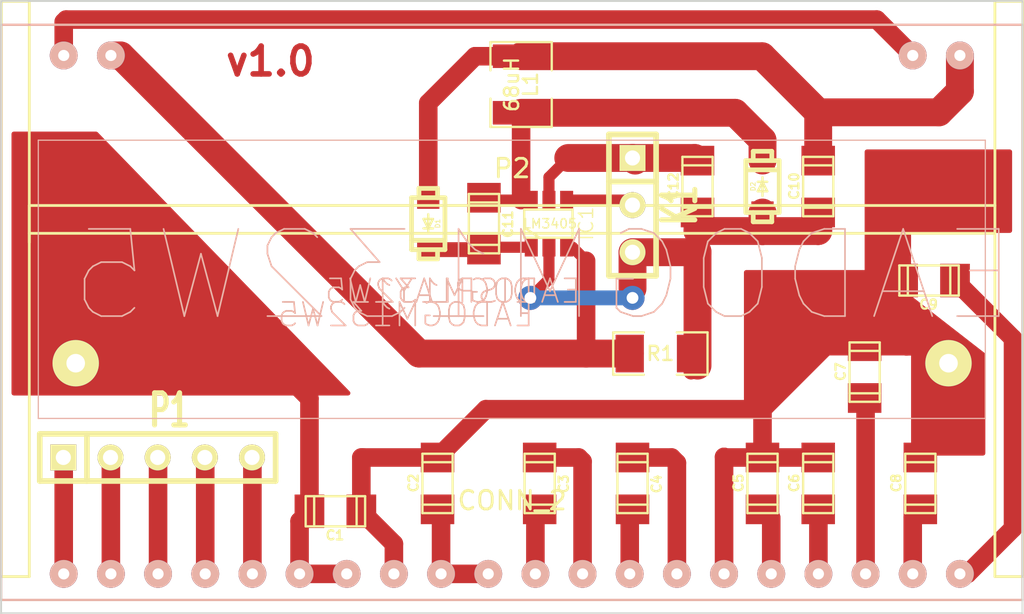
<source format=kicad_pcb>
(kicad_pcb (version 3) (host pcbnew "(2013-dec-23)-stable")

  (general
    (links 71)
    (no_connects 0)
    (area 47.688459 130.695799 103.840601 164.300001)
    (thickness 1.6)
    (drawings 5)
    (tracks 123)
    (zones 0)
    (modules 21)
    (nets 26)
  )

  (page User 148.488 210.007)
  (layers
    (15 F.Cu signal)
    (0 B.Cu signal)
    (16 B.Adhes user)
    (17 F.Adhes user)
    (18 B.Paste user)
    (19 F.Paste user)
    (20 B.SilkS user)
    (21 F.SilkS user)
    (22 B.Mask user)
    (23 F.Mask user)
    (24 Dwgs.User user)
    (25 Cmts.User user)
    (26 Eco1.User user)
    (27 Eco2.User user)
    (28 Edge.Cuts user)
  )

  (setup
    (last_trace_width 0.8)
    (user_trace_width 0.6)
    (user_trace_width 0.8)
    (user_trace_width 1)
    (user_trace_width 1.5)
    (user_trace_width 2)
    (user_trace_width 3)
    (user_trace_width 4)
    (user_trace_width 5)
    (trace_clearance 0.5)
    (zone_clearance 0.508)
    (zone_45_only no)
    (trace_min 0.6)
    (segment_width 0.2)
    (edge_width 0.1)
    (via_size 1.3)
    (via_drill 0.635)
    (via_min_size 0.8)
    (via_min_drill 0.508)
    (user_via 0.8 0.5)
    (user_via 1.3 0.6)
    (uvia_size 0.508)
    (uvia_drill 0.127)
    (uvias_allowed no)
    (uvia_min_size 0.02)
    (uvia_min_drill 0.127)
    (pcb_text_width 0.3)
    (pcb_text_size 1.5 1.5)
    (mod_edge_width 0.15)
    (mod_text_size 1 1)
    (mod_text_width 0.15)
    (pad_size 2.5 2.5)
    (pad_drill 1)
    (pad_to_mask_clearance 0)
    (aux_axis_origin 165 62)
    (visible_elements 7FFFFDDF)
    (pcbplotparams
      (layerselection 32768)
      (usegerberextensions false)
      (excludeedgelayer false)
      (linewidth 0.150000)
      (plotframeref false)
      (viasonmask false)
      (mode 1)
      (useauxorigin false)
      (hpglpennumber 1)
      (hpglpenspeed 20)
      (hpglpendiameter 15)
      (hpglpenoverlay 2)
      (psnegative false)
      (psa4output false)
      (plotreference true)
      (plotvalue true)
      (plotothertext true)
      (plotinvisibletext false)
      (padsonsilk false)
      (subtractmaskfromsilk false)
      (outputformat 2)
      (mirror true)
      (drillshape 1)
      (scaleselection 1)
      (outputdirectory /tmp/))
  )

  (net 0 "")
  (net 1 +12V)
  (net 2 +3.3V)
  (net 3 DGND)
  (net 4 GNDPWR)
  (net 5 N-000001)
  (net 6 N-0000010)
  (net 7 N-0000011)
  (net 8 N-0000012)
  (net 9 N-0000014)
  (net 10 N-0000015)
  (net 11 N-0000016)
  (net 12 N-0000017)
  (net 13 N-0000018)
  (net 14 N-000002)
  (net 15 N-0000020)
  (net 16 N-0000021)
  (net 17 N-0000022)
  (net 18 N-0000023)
  (net 19 N-0000024)
  (net 20 N-000003)
  (net 21 N-000004)
  (net 22 N-000005)
  (net 23 N-000007)
  (net 24 N-000008)
  (net 25 N-000009)

  (net_class Default "This is the default net class."
    (clearance 0.5)
    (trace_width 0.8)
    (via_dia 1.3)
    (via_drill 0.635)
    (uvia_dia 0.508)
    (uvia_drill 0.127)
    (add_net "")
    (add_net +12V)
    (add_net +3.3V)
    (add_net DGND)
    (add_net GNDPWR)
    (add_net N-000001)
    (add_net N-0000010)
    (add_net N-0000011)
    (add_net N-0000012)
    (add_net N-0000014)
    (add_net N-0000015)
    (add_net N-0000016)
    (add_net N-0000017)
    (add_net N-0000018)
    (add_net N-000002)
    (add_net N-0000020)
    (add_net N-0000021)
    (add_net N-0000022)
    (add_net N-0000023)
    (add_net N-0000024)
    (add_net N-000003)
    (add_net N-000004)
    (add_net N-000005)
    (add_net N-000007)
    (add_net N-000008)
    (add_net N-000009)
  )

  (net_class larger ""
    (clearance 0.5)
    (trace_width 1)
    (via_dia 1.3)
    (via_drill 0.635)
    (uvia_dia 0.508)
    (uvia_drill 0.127)
  )

  (net_class power ""
    (clearance 0.5)
    (trace_width 2)
    (via_dia 1.3)
    (via_drill 0.635)
    (uvia_dia 0.508)
    (uvia_drill 0.127)
  )

  (module SOT23_6 (layer F.Cu) (tedit 4ECF791C) (tstamp 52FFE824)
    (at 77.75 143.25)
    (path /52FF497E)
    (fp_text reference IC1 (at 1.99898 0 90) (layer F.SilkS)
      (effects (font (size 0.762 0.762) (thickness 0.0762)))
    )
    (fp_text value LM3405 (at 0.0635 0) (layer F.SilkS)
      (effects (font (size 0.50038 0.50038) (thickness 0.0762)))
    )
    (fp_line (start -0.508 0.762) (end -1.27 0.254) (layer F.SilkS) (width 0.127))
    (fp_line (start 1.27 0.762) (end -1.3335 0.762) (layer F.SilkS) (width 0.127))
    (fp_line (start -1.3335 0.762) (end -1.3335 -0.762) (layer F.SilkS) (width 0.127))
    (fp_line (start -1.3335 -0.762) (end 1.27 -0.762) (layer F.SilkS) (width 0.127))
    (fp_line (start 1.27 -0.762) (end 1.27 0.762) (layer F.SilkS) (width 0.127))
    (pad 6 smd rect (at -0.9525 -1.27) (size 0.70104 1.00076)
      (layers F.Cu F.Paste F.Mask)
      (net 21 N-000004)
    )
    (pad 5 smd rect (at 0 -1.27) (size 0.70104 1.00076)
      (layers F.Cu F.Paste F.Mask)
      (net 1 +12V)
    )
    (pad 4 smd rect (at 0.9525 -1.27) (size 0.70104 1.00076)
      (layers F.Cu F.Paste F.Mask)
      (net 23 N-000007)
    )
    (pad 3 smd rect (at 0.9525 1.27) (size 0.70104 1.00076)
      (layers F.Cu F.Paste F.Mask)
      (net 14 N-000002)
    )
    (pad 2 smd rect (at 0 1.27) (size 0.70104 1.00076)
      (layers F.Cu F.Paste F.Mask)
      (net 4 GNDPWR)
    )
    (pad 1 smd rect (at -0.9525 1.27) (size 0.70104 1.00076)
      (layers F.Cu F.Paste F.Mask)
      (net 20 N-000003)
    )
    (model smd/SOT23_6.wrl
      (at (xyz 0 0 0))
      (scale (xyz 0.11 0.11 0.11))
      (rotate (xyz 0 0 0))
    )
  )

  (module SM1212 (layer F.Cu) (tedit 52FFE540) (tstamp 52FFE830)
    (at 76.25 135.75 270)
    (tags "CMS SM")
    (path /52FF4B31)
    (attr smd)
    (fp_text reference L1 (at 0 -0.508 270) (layer F.SilkS)
      (effects (font (size 0.762 0.762) (thickness 0.127)))
    )
    (fp_text value 68uH (at 0 0.508 270) (layer F.SilkS)
      (effects (font (size 0.762 0.762) (thickness 0.127)))
    )
    (fp_line (start -0.762 -1.651) (end -2.286 -1.651) (layer F.SilkS) (width 0.127))
    (fp_line (start -2.286 -1.651) (end -2.286 1.651) (layer F.SilkS) (width 0.127))
    (fp_line (start -2.286 1.651) (end -0.762 1.651) (layer F.SilkS) (width 0.127))
    (fp_line (start 0.762 1.651) (end 2.286 1.651) (layer F.SilkS) (width 0.127))
    (fp_line (start 2.286 1.651) (end 2.286 -1.651) (layer F.SilkS) (width 0.127))
    (fp_line (start 2.286 -1.651) (end 0.762 -1.651) (layer F.SilkS) (width 0.127))
    (pad 1 smd rect (at -1.524 0 270) (size 1.27 3.048)
      (layers F.Cu F.Paste F.Mask)
      (net 5 N-000001)
    )
    (pad 2 smd rect (at 1.524 0 270) (size 1.27 3.048)
      (layers F.Cu F.Paste F.Mask)
      (net 21 N-000004)
    )
    (model smd/chip_cms.wrl
      (at (xyz 0 0 0))
      (scale (xyz 0.17 0.2 0.17))
      (rotate (xyz 0 0 0))
    )
  )

  (module SM1206 (layer F.Cu) (tedit 42806E24) (tstamp 52FFE83C)
    (at 83.75 150.25)
    (path /52FF5096)
    (attr smd)
    (fp_text reference R1 (at 0 0) (layer F.SilkS)
      (effects (font (size 0.762 0.762) (thickness 0.127)))
    )
    (fp_text value 5.1 (at 0 0) (layer F.SilkS) hide
      (effects (font (size 0.762 0.762) (thickness 0.127)))
    )
    (fp_line (start -2.54 -1.143) (end -2.54 1.143) (layer F.SilkS) (width 0.127))
    (fp_line (start -2.54 1.143) (end -0.889 1.143) (layer F.SilkS) (width 0.127))
    (fp_line (start 0.889 -1.143) (end 2.54 -1.143) (layer F.SilkS) (width 0.127))
    (fp_line (start 2.54 -1.143) (end 2.54 1.143) (layer F.SilkS) (width 0.127))
    (fp_line (start 2.54 1.143) (end 0.889 1.143) (layer F.SilkS) (width 0.127))
    (fp_line (start -0.889 -1.143) (end -2.54 -1.143) (layer F.SilkS) (width 0.127))
    (pad 1 smd rect (at -1.651 0) (size 1.524 2.032)
      (layers F.Cu F.Paste F.Mask)
      (net 14 N-000002)
    )
    (pad 2 smd rect (at 1.651 0) (size 1.524 2.032)
      (layers F.Cu F.Paste F.Mask)
      (net 4 GNDPWR)
    )
    (model smd/chip_cms.wrl
      (at (xyz 0 0 0))
      (scale (xyz 0.17 0.16 0.16))
      (rotate (xyz 0 0 0))
    )
  )

  (module SIL-3 (layer F.Cu) (tedit 5300AEFF) (tstamp 52FFE85A)
    (at 82.25 142.25 270)
    (descr "Connecteur 3 pins")
    (tags "CONN DEV")
    (path /52FF5DDC)
    (fp_text reference K1 (at 0 -2.54 270) (layer F.SilkS)
      (effects (font (size 1.7907 1.07696) (thickness 0.3048)))
    )
    (fp_text value CONN_3 (at 0 -2.54 270) (layer F.SilkS) hide
      (effects (font (size 1.524 1.016) (thickness 0.3048)))
    )
    (fp_line (start -3.81 1.27) (end -3.81 -1.27) (layer F.SilkS) (width 0.3048))
    (fp_line (start -3.81 -1.27) (end 3.81 -1.27) (layer F.SilkS) (width 0.3048))
    (fp_line (start 3.81 -1.27) (end 3.81 1.27) (layer F.SilkS) (width 0.3048))
    (fp_line (start 3.81 1.27) (end -3.81 1.27) (layer F.SilkS) (width 0.3048))
    (fp_line (start -1.27 -1.27) (end -1.27 1.27) (layer F.SilkS) (width 0.3048))
    (pad 1 thru_hole rect (at -2.54 0 270) (size 1.397 1.397) (drill 0.8128)
      (layers *.Cu *.Mask F.SilkS)
      (net 1 +12V)
    )
    (pad 2 thru_hole circle (at 0 0 270) (size 1.397 1.397) (drill 0.8128)
      (layers *.Cu *.Mask F.SilkS)
      (net 23 N-000007)
    )
    (pad 3 thru_hole circle (at 2.54 0 270) (size 1.397 1.397) (drill 0.8128)
      (layers *.Cu *.Mask F.SilkS)
      (net 4 GNDPWR)
    )
  )

  (module D-SMF (layer F.Cu) (tedit 4F8013C2) (tstamp 52FFE897)
    (at 71.25 143.25 270)
    (descr "Diode SMF (DO219-AB)")
    (path /52FF4B62)
    (fp_text reference D1 (at 0 -0.508 270) (layer F.SilkS)
      (effects (font (size 0.254 0.254) (thickness 0.0508)))
    )
    (fp_text value SL02 (at 0 0.508 270) (layer F.SilkS) hide
      (effects (font (size 0.254 0.254) (thickness 0.0508)))
    )
    (fp_line (start 0.254 0.254) (end 0.254 -0.254) (layer F.SilkS) (width 0.127))
    (fp_line (start -0.508 0) (end 0.508 0) (layer F.SilkS) (width 0.127))
    (fp_line (start -0.254 0) (end -0.254 -0.254) (layer F.SilkS) (width 0.127))
    (fp_line (start -0.254 -0.254) (end 0.254 0) (layer F.SilkS) (width 0.127))
    (fp_line (start 0.254 0) (end -0.254 0.254) (layer F.SilkS) (width 0.127))
    (fp_line (start -0.254 0.254) (end -0.254 0) (layer F.SilkS) (width 0.127))
    (fp_line (start 1.39954 -0.50038) (end 1.89992 -0.50038) (layer F.SilkS) (width 0.254))
    (fp_line (start 1.89992 -0.50038) (end 1.89992 0.50038) (layer F.SilkS) (width 0.254))
    (fp_line (start 1.89992 0.50038) (end 1.39954 0.50038) (layer F.SilkS) (width 0.254))
    (fp_line (start -1.39954 -0.50038) (end -1.89992 -0.50038) (layer F.SilkS) (width 0.254))
    (fp_line (start -1.89992 -0.50038) (end -1.89992 0.50038) (layer F.SilkS) (width 0.254))
    (fp_line (start -1.89992 0.50038) (end -1.39954 0.50038) (layer F.SilkS) (width 0.254))
    (fp_line (start 0.89916 -0.89916) (end 0.89916 0.89916) (layer F.SilkS) (width 0.254))
    (fp_line (start -1.39954 -0.89916) (end 1.39954 -0.89916) (layer F.SilkS) (width 0.254))
    (fp_line (start 1.39954 -0.89916) (end 1.39954 0.89916) (layer F.SilkS) (width 0.254))
    (fp_line (start 1.39954 0.89916) (end -1.39954 0.89916) (layer F.SilkS) (width 0.254))
    (fp_line (start -1.39954 0.89916) (end -1.39954 -0.89916) (layer F.SilkS) (width 0.254))
    (pad 1 smd rect (at -1.39954 0 270) (size 1.19888 1.19888)
      (layers F.Cu F.Paste F.Mask)
      (net 5 N-000001)
    )
    (pad 2 smd rect (at 1.39954 0 270) (size 1.19888 1.19888)
      (layers F.Cu F.Paste F.Mask)
      (net 20 N-000003)
    )
  )

  (module D-SMF (layer F.Cu) (tedit 4F8013C2) (tstamp 52FFE8AE)
    (at 89.25 141.25 90)
    (descr "Diode SMF (DO219-AB)")
    (path /52FF4BD3)
    (fp_text reference D2 (at 0 -0.508 90) (layer F.SilkS)
      (effects (font (size 0.254 0.254) (thickness 0.0508)))
    )
    (fp_text value SL02 (at 0 0.508 90) (layer F.SilkS) hide
      (effects (font (size 0.254 0.254) (thickness 0.0508)))
    )
    (fp_line (start 0.254 0.254) (end 0.254 -0.254) (layer F.SilkS) (width 0.127))
    (fp_line (start -0.508 0) (end 0.508 0) (layer F.SilkS) (width 0.127))
    (fp_line (start -0.254 0) (end -0.254 -0.254) (layer F.SilkS) (width 0.127))
    (fp_line (start -0.254 -0.254) (end 0.254 0) (layer F.SilkS) (width 0.127))
    (fp_line (start 0.254 0) (end -0.254 0.254) (layer F.SilkS) (width 0.127))
    (fp_line (start -0.254 0.254) (end -0.254 0) (layer F.SilkS) (width 0.127))
    (fp_line (start 1.39954 -0.50038) (end 1.89992 -0.50038) (layer F.SilkS) (width 0.254))
    (fp_line (start 1.89992 -0.50038) (end 1.89992 0.50038) (layer F.SilkS) (width 0.254))
    (fp_line (start 1.89992 0.50038) (end 1.39954 0.50038) (layer F.SilkS) (width 0.254))
    (fp_line (start -1.39954 -0.50038) (end -1.89992 -0.50038) (layer F.SilkS) (width 0.254))
    (fp_line (start -1.89992 -0.50038) (end -1.89992 0.50038) (layer F.SilkS) (width 0.254))
    (fp_line (start -1.89992 0.50038) (end -1.39954 0.50038) (layer F.SilkS) (width 0.254))
    (fp_line (start 0.89916 -0.89916) (end 0.89916 0.89916) (layer F.SilkS) (width 0.254))
    (fp_line (start -1.39954 -0.89916) (end 1.39954 -0.89916) (layer F.SilkS) (width 0.254))
    (fp_line (start 1.39954 -0.89916) (end 1.39954 0.89916) (layer F.SilkS) (width 0.254))
    (fp_line (start 1.39954 0.89916) (end -1.39954 0.89916) (layer F.SilkS) (width 0.254))
    (fp_line (start -1.39954 0.89916) (end -1.39954 -0.89916) (layer F.SilkS) (width 0.254))
    (pad 1 smd rect (at -1.39954 0 90) (size 1.19888 1.19888)
      (layers F.Cu F.Paste F.Mask)
      (net 4 GNDPWR)
    )
    (pad 2 smd rect (at 1.39954 0 90) (size 1.19888 1.19888)
      (layers F.Cu F.Paste F.Mask)
      (net 21 N-000004)
    )
  )

  (module c_1206 (layer F.Cu) (tedit 490473F0) (tstamp 52FFE8BA)
    (at 89.25 157.25 90)
    (descr "SMT capacitor, 1206")
    (path /52FF4574)
    (fp_text reference C5 (at 0.0254 -1.2954 90) (layer F.SilkS)
      (effects (font (size 0.50038 0.50038) (thickness 0.11938)))
    )
    (fp_text value 1uF (at 0 1.27 90) (layer F.SilkS) hide
      (effects (font (size 0.50038 0.50038) (thickness 0.11938)))
    )
    (fp_line (start 1.143 0.8128) (end 1.143 -0.8128) (layer F.SilkS) (width 0.127))
    (fp_line (start -1.143 -0.8128) (end -1.143 0.8128) (layer F.SilkS) (width 0.127))
    (fp_line (start -1.6002 -0.8128) (end -1.6002 0.8128) (layer F.SilkS) (width 0.127))
    (fp_line (start -1.6002 0.8128) (end 1.6002 0.8128) (layer F.SilkS) (width 0.127))
    (fp_line (start 1.6002 0.8128) (end 1.6002 -0.8128) (layer F.SilkS) (width 0.127))
    (fp_line (start 1.6002 -0.8128) (end -1.6002 -0.8128) (layer F.SilkS) (width 0.127))
    (pad 1 smd rect (at 1.397 0 90) (size 1.6002 1.8034)
      (layers F.Cu F.Paste F.Mask)
      (net 3 DGND)
    )
    (pad 2 smd rect (at -1.397 0 90) (size 1.6002 1.8034)
      (layers F.Cu F.Paste F.Mask)
      (net 13 N-0000018)
    )
    (model smd/capacitors/c_1206.wrl
      (at (xyz 0 0 0))
      (scale (xyz 1 1 1))
      (rotate (xyz 0 0 0))
    )
  )

  (module c_1206 (layer F.Cu) (tedit 490473F0) (tstamp 52FFE8C6)
    (at 82.25 157.25 270)
    (descr "SMT capacitor, 1206")
    (path /52FF457A)
    (fp_text reference C4 (at 0.0254 -1.2954 270) (layer F.SilkS)
      (effects (font (size 0.50038 0.50038) (thickness 0.11938)))
    )
    (fp_text value 1uF (at 0 1.27 270) (layer F.SilkS) hide
      (effects (font (size 0.50038 0.50038) (thickness 0.11938)))
    )
    (fp_line (start 1.143 0.8128) (end 1.143 -0.8128) (layer F.SilkS) (width 0.127))
    (fp_line (start -1.143 -0.8128) (end -1.143 0.8128) (layer F.SilkS) (width 0.127))
    (fp_line (start -1.6002 -0.8128) (end -1.6002 0.8128) (layer F.SilkS) (width 0.127))
    (fp_line (start -1.6002 0.8128) (end 1.6002 0.8128) (layer F.SilkS) (width 0.127))
    (fp_line (start 1.6002 0.8128) (end 1.6002 -0.8128) (layer F.SilkS) (width 0.127))
    (fp_line (start 1.6002 -0.8128) (end -1.6002 -0.8128) (layer F.SilkS) (width 0.127))
    (pad 1 smd rect (at 1.397 0 270) (size 1.6002 1.8034)
      (layers F.Cu F.Paste F.Mask)
      (net 18 N-0000023)
    )
    (pad 2 smd rect (at -1.397 0 270) (size 1.6002 1.8034)
      (layers F.Cu F.Paste F.Mask)
      (net 17 N-0000022)
    )
    (model smd/capacitors/c_1206.wrl
      (at (xyz 0 0 0))
      (scale (xyz 1 1 1))
      (rotate (xyz 0 0 0))
    )
  )

  (module c_1206 (layer F.Cu) (tedit 490473F0) (tstamp 52FFE8D2)
    (at 77.25 157.25 270)
    (descr "SMT capacitor, 1206")
    (path /52FF458A)
    (fp_text reference C3 (at 0.0254 -1.2954 270) (layer F.SilkS)
      (effects (font (size 0.50038 0.50038) (thickness 0.11938)))
    )
    (fp_text value 1uF (at 0 1.27 270) (layer F.SilkS) hide
      (effects (font (size 0.50038 0.50038) (thickness 0.11938)))
    )
    (fp_line (start 1.143 0.8128) (end 1.143 -0.8128) (layer F.SilkS) (width 0.127))
    (fp_line (start -1.143 -0.8128) (end -1.143 0.8128) (layer F.SilkS) (width 0.127))
    (fp_line (start -1.6002 -0.8128) (end -1.6002 0.8128) (layer F.SilkS) (width 0.127))
    (fp_line (start -1.6002 0.8128) (end 1.6002 0.8128) (layer F.SilkS) (width 0.127))
    (fp_line (start 1.6002 0.8128) (end 1.6002 -0.8128) (layer F.SilkS) (width 0.127))
    (fp_line (start 1.6002 -0.8128) (end -1.6002 -0.8128) (layer F.SilkS) (width 0.127))
    (pad 1 smd rect (at 1.397 0 270) (size 1.6002 1.8034)
      (layers F.Cu F.Paste F.Mask)
      (net 15 N-0000020)
    )
    (pad 2 smd rect (at -1.397 0 270) (size 1.6002 1.8034)
      (layers F.Cu F.Paste F.Mask)
      (net 19 N-0000024)
    )
    (model smd/capacitors/c_1206.wrl
      (at (xyz 0 0 0))
      (scale (xyz 1 1 1))
      (rotate (xyz 0 0 0))
    )
  )

  (module c_1206 (layer F.Cu) (tedit 490473F0) (tstamp 52FFE8DE)
    (at 71.75 157.25 90)
    (descr "SMT capacitor, 1206")
    (path /52FF459A)
    (fp_text reference C2 (at 0.0254 -1.2954 90) (layer F.SilkS)
      (effects (font (size 0.50038 0.50038) (thickness 0.11938)))
    )
    (fp_text value 1uF (at 0 1.27 90) (layer F.SilkS) hide
      (effects (font (size 0.50038 0.50038) (thickness 0.11938)))
    )
    (fp_line (start 1.143 0.8128) (end 1.143 -0.8128) (layer F.SilkS) (width 0.127))
    (fp_line (start -1.143 -0.8128) (end -1.143 0.8128) (layer F.SilkS) (width 0.127))
    (fp_line (start -1.6002 -0.8128) (end -1.6002 0.8128) (layer F.SilkS) (width 0.127))
    (fp_line (start -1.6002 0.8128) (end 1.6002 0.8128) (layer F.SilkS) (width 0.127))
    (fp_line (start 1.6002 0.8128) (end 1.6002 -0.8128) (layer F.SilkS) (width 0.127))
    (fp_line (start 1.6002 -0.8128) (end -1.6002 -0.8128) (layer F.SilkS) (width 0.127))
    (pad 1 smd rect (at 1.397 0 90) (size 1.6002 1.8034)
      (layers F.Cu F.Paste F.Mask)
      (net 3 DGND)
    )
    (pad 2 smd rect (at -1.397 0 90) (size 1.6002 1.8034)
      (layers F.Cu F.Paste F.Mask)
      (net 16 N-0000021)
    )
    (model smd/capacitors/c_1206.wrl
      (at (xyz 0 0 0))
      (scale (xyz 1 1 1))
      (rotate (xyz 0 0 0))
    )
  )

  (module c_1206 (layer F.Cu) (tedit 490473F0) (tstamp 52FFE8EA)
    (at 66.25 158.75 180)
    (descr "SMT capacitor, 1206")
    (path /52FF4790)
    (fp_text reference C1 (at 0.0254 -1.2954 180) (layer F.SilkS)
      (effects (font (size 0.50038 0.50038) (thickness 0.11938)))
    )
    (fp_text value 1uF (at 0 1.27 180) (layer F.SilkS) hide
      (effects (font (size 0.50038 0.50038) (thickness 0.11938)))
    )
    (fp_line (start 1.143 0.8128) (end 1.143 -0.8128) (layer F.SilkS) (width 0.127))
    (fp_line (start -1.143 -0.8128) (end -1.143 0.8128) (layer F.SilkS) (width 0.127))
    (fp_line (start -1.6002 -0.8128) (end -1.6002 0.8128) (layer F.SilkS) (width 0.127))
    (fp_line (start -1.6002 0.8128) (end 1.6002 0.8128) (layer F.SilkS) (width 0.127))
    (fp_line (start 1.6002 0.8128) (end 1.6002 -0.8128) (layer F.SilkS) (width 0.127))
    (fp_line (start 1.6002 -0.8128) (end -1.6002 -0.8128) (layer F.SilkS) (width 0.127))
    (pad 1 smd rect (at 1.397 0 180) (size 1.6002 1.8034)
      (layers F.Cu F.Paste F.Mask)
      (net 2 +3.3V)
    )
    (pad 2 smd rect (at -1.397 0 180) (size 1.6002 1.8034)
      (layers F.Cu F.Paste F.Mask)
      (net 3 DGND)
    )
    (model smd/capacitors/c_1206.wrl
      (at (xyz 0 0 0))
      (scale (xyz 1 1 1))
      (rotate (xyz 0 0 0))
    )
  )

  (module c_1206 (layer F.Cu) (tedit 490473F0) (tstamp 52FFE8F6)
    (at 92.25 157.25 90)
    (descr "SMT capacitor, 1206")
    (path /52FF456E)
    (fp_text reference C6 (at 0.0254 -1.2954 90) (layer F.SilkS)
      (effects (font (size 0.50038 0.50038) (thickness 0.11938)))
    )
    (fp_text value 1uF (at 0 1.27 90) (layer F.SilkS) hide
      (effects (font (size 0.50038 0.50038) (thickness 0.11938)))
    )
    (fp_line (start 1.143 0.8128) (end 1.143 -0.8128) (layer F.SilkS) (width 0.127))
    (fp_line (start -1.143 -0.8128) (end -1.143 0.8128) (layer F.SilkS) (width 0.127))
    (fp_line (start -1.6002 -0.8128) (end -1.6002 0.8128) (layer F.SilkS) (width 0.127))
    (fp_line (start -1.6002 0.8128) (end 1.6002 0.8128) (layer F.SilkS) (width 0.127))
    (fp_line (start 1.6002 0.8128) (end 1.6002 -0.8128) (layer F.SilkS) (width 0.127))
    (fp_line (start 1.6002 -0.8128) (end -1.6002 -0.8128) (layer F.SilkS) (width 0.127))
    (pad 1 smd rect (at 1.397 0 90) (size 1.6002 1.8034)
      (layers F.Cu F.Paste F.Mask)
      (net 3 DGND)
    )
    (pad 2 smd rect (at -1.397 0 90) (size 1.6002 1.8034)
      (layers F.Cu F.Paste F.Mask)
      (net 12 N-0000017)
    )
    (model smd/capacitors/c_1206.wrl
      (at (xyz 0 0 0))
      (scale (xyz 1 1 1))
      (rotate (xyz 0 0 0))
    )
  )

  (module c_1206 (layer F.Cu) (tedit 490473F0) (tstamp 52FFE902)
    (at 85.75 141.25 90)
    (descr "SMT capacitor, 1206")
    (path /52FF4A0F)
    (fp_text reference C12 (at 0.0254 -1.2954 90) (layer F.SilkS)
      (effects (font (size 0.50038 0.50038) (thickness 0.11938)))
    )
    (fp_text value 1uF (at 0 1.27 90) (layer F.SilkS) hide
      (effects (font (size 0.50038 0.50038) (thickness 0.11938)))
    )
    (fp_line (start 1.143 0.8128) (end 1.143 -0.8128) (layer F.SilkS) (width 0.127))
    (fp_line (start -1.143 -0.8128) (end -1.143 0.8128) (layer F.SilkS) (width 0.127))
    (fp_line (start -1.6002 -0.8128) (end -1.6002 0.8128) (layer F.SilkS) (width 0.127))
    (fp_line (start -1.6002 0.8128) (end 1.6002 0.8128) (layer F.SilkS) (width 0.127))
    (fp_line (start 1.6002 0.8128) (end 1.6002 -0.8128) (layer F.SilkS) (width 0.127))
    (fp_line (start 1.6002 -0.8128) (end -1.6002 -0.8128) (layer F.SilkS) (width 0.127))
    (pad 1 smd rect (at 1.397 0 90) (size 1.6002 1.8034)
      (layers F.Cu F.Paste F.Mask)
      (net 1 +12V)
    )
    (pad 2 smd rect (at -1.397 0 90) (size 1.6002 1.8034)
      (layers F.Cu F.Paste F.Mask)
      (net 4 GNDPWR)
    )
    (model smd/capacitors/c_1206.wrl
      (at (xyz 0 0 0))
      (scale (xyz 1 1 1))
      (rotate (xyz 0 0 0))
    )
  )

  (module c_1206 (layer F.Cu) (tedit 490473F0) (tstamp 52FFE90E)
    (at 92.25 141.25 90)
    (descr "SMT capacitor, 1206")
    (path /52FF4A15)
    (fp_text reference C10 (at 0.0254 -1.2954 90) (layer F.SilkS)
      (effects (font (size 0.50038 0.50038) (thickness 0.11938)))
    )
    (fp_text value 1uF (at 0 1.27 90) (layer F.SilkS) hide
      (effects (font (size 0.50038 0.50038) (thickness 0.11938)))
    )
    (fp_line (start 1.143 0.8128) (end 1.143 -0.8128) (layer F.SilkS) (width 0.127))
    (fp_line (start -1.143 -0.8128) (end -1.143 0.8128) (layer F.SilkS) (width 0.127))
    (fp_line (start -1.6002 -0.8128) (end -1.6002 0.8128) (layer F.SilkS) (width 0.127))
    (fp_line (start -1.6002 0.8128) (end 1.6002 0.8128) (layer F.SilkS) (width 0.127))
    (fp_line (start 1.6002 0.8128) (end 1.6002 -0.8128) (layer F.SilkS) (width 0.127))
    (fp_line (start 1.6002 -0.8128) (end -1.6002 -0.8128) (layer F.SilkS) (width 0.127))
    (pad 1 smd rect (at 1.397 0 90) (size 1.6002 1.8034)
      (layers F.Cu F.Paste F.Mask)
      (net 5 N-000001)
    )
    (pad 2 smd rect (at -1.397 0 90) (size 1.6002 1.8034)
      (layers F.Cu F.Paste F.Mask)
      (net 4 GNDPWR)
    )
    (model smd/capacitors/c_1206.wrl
      (at (xyz 0 0 0))
      (scale (xyz 1 1 1))
      (rotate (xyz 0 0 0))
    )
  )

  (module c_1206 (layer F.Cu) (tedit 490473F0) (tstamp 52FFE91A)
    (at 74.25 143.25 270)
    (descr "SMT capacitor, 1206")
    (path /52FF4A92)
    (fp_text reference C11 (at 0.0254 -1.2954 270) (layer F.SilkS)
      (effects (font (size 0.50038 0.50038) (thickness 0.11938)))
    )
    (fp_text value 1uF (at 0 1.27 270) (layer F.SilkS) hide
      (effects (font (size 0.50038 0.50038) (thickness 0.11938)))
    )
    (fp_line (start 1.143 0.8128) (end 1.143 -0.8128) (layer F.SilkS) (width 0.127))
    (fp_line (start -1.143 -0.8128) (end -1.143 0.8128) (layer F.SilkS) (width 0.127))
    (fp_line (start -1.6002 -0.8128) (end -1.6002 0.8128) (layer F.SilkS) (width 0.127))
    (fp_line (start -1.6002 0.8128) (end 1.6002 0.8128) (layer F.SilkS) (width 0.127))
    (fp_line (start 1.6002 0.8128) (end 1.6002 -0.8128) (layer F.SilkS) (width 0.127))
    (fp_line (start 1.6002 -0.8128) (end -1.6002 -0.8128) (layer F.SilkS) (width 0.127))
    (pad 1 smd rect (at 1.397 0 270) (size 1.6002 1.8034)
      (layers F.Cu F.Paste F.Mask)
      (net 20 N-000003)
    )
    (pad 2 smd rect (at -1.397 0 270) (size 1.6002 1.8034)
      (layers F.Cu F.Paste F.Mask)
      (net 21 N-000004)
    )
    (model smd/capacitors/c_1206.wrl
      (at (xyz 0 0 0))
      (scale (xyz 1 1 1))
      (rotate (xyz 0 0 0))
    )
  )

  (module c_1206 (layer F.Cu) (tedit 490473F0) (tstamp 52FFE926)
    (at 94.75 151.25 90)
    (descr "SMT capacitor, 1206")
    (path /52FF4568)
    (fp_text reference C7 (at 0.0254 -1.2954 90) (layer F.SilkS)
      (effects (font (size 0.50038 0.50038) (thickness 0.11938)))
    )
    (fp_text value 1uF (at 0 1.27 90) (layer F.SilkS) hide
      (effects (font (size 0.50038 0.50038) (thickness 0.11938)))
    )
    (fp_line (start 1.143 0.8128) (end 1.143 -0.8128) (layer F.SilkS) (width 0.127))
    (fp_line (start -1.143 -0.8128) (end -1.143 0.8128) (layer F.SilkS) (width 0.127))
    (fp_line (start -1.6002 -0.8128) (end -1.6002 0.8128) (layer F.SilkS) (width 0.127))
    (fp_line (start -1.6002 0.8128) (end 1.6002 0.8128) (layer F.SilkS) (width 0.127))
    (fp_line (start 1.6002 0.8128) (end 1.6002 -0.8128) (layer F.SilkS) (width 0.127))
    (fp_line (start 1.6002 -0.8128) (end -1.6002 -0.8128) (layer F.SilkS) (width 0.127))
    (pad 1 smd rect (at 1.397 0 90) (size 1.6002 1.8034)
      (layers F.Cu F.Paste F.Mask)
      (net 3 DGND)
    )
    (pad 2 smd rect (at -1.397 0 90) (size 1.6002 1.8034)
      (layers F.Cu F.Paste F.Mask)
      (net 11 N-0000016)
    )
    (model smd/capacitors/c_1206.wrl
      (at (xyz 0 0 0))
      (scale (xyz 1 1 1))
      (rotate (xyz 0 0 0))
    )
  )

  (module c_1206 (layer F.Cu) (tedit 490473F0) (tstamp 52FFE932)
    (at 97.75 157.25 90)
    (descr "SMT capacitor, 1206")
    (path /52FF4562)
    (fp_text reference C8 (at 0.0254 -1.2954 90) (layer F.SilkS)
      (effects (font (size 0.50038 0.50038) (thickness 0.11938)))
    )
    (fp_text value 1uF (at 0 1.27 90) (layer F.SilkS) hide
      (effects (font (size 0.50038 0.50038) (thickness 0.11938)))
    )
    (fp_line (start 1.143 0.8128) (end 1.143 -0.8128) (layer F.SilkS) (width 0.127))
    (fp_line (start -1.143 -0.8128) (end -1.143 0.8128) (layer F.SilkS) (width 0.127))
    (fp_line (start -1.6002 -0.8128) (end -1.6002 0.8128) (layer F.SilkS) (width 0.127))
    (fp_line (start -1.6002 0.8128) (end 1.6002 0.8128) (layer F.SilkS) (width 0.127))
    (fp_line (start 1.6002 0.8128) (end 1.6002 -0.8128) (layer F.SilkS) (width 0.127))
    (fp_line (start 1.6002 -0.8128) (end -1.6002 -0.8128) (layer F.SilkS) (width 0.127))
    (pad 1 smd rect (at 1.397 0 90) (size 1.6002 1.8034)
      (layers F.Cu F.Paste F.Mask)
      (net 3 DGND)
    )
    (pad 2 smd rect (at -1.397 0 90) (size 1.6002 1.8034)
      (layers F.Cu F.Paste F.Mask)
      (net 10 N-0000015)
    )
    (model smd/capacitors/c_1206.wrl
      (at (xyz 0 0 0))
      (scale (xyz 1 1 1))
      (rotate (xyz 0 0 0))
    )
  )

  (module c_1206 (layer F.Cu) (tedit 490473F0) (tstamp 52FFE93E)
    (at 98.2192 146.3136 180)
    (descr "SMT capacitor, 1206")
    (path /52FF4318)
    (fp_text reference C9 (at 0.0254 -1.2954 180) (layer F.SilkS)
      (effects (font (size 0.50038 0.50038) (thickness 0.11938)))
    )
    (fp_text value 1uF (at 0 1.27 180) (layer F.SilkS) hide
      (effects (font (size 0.50038 0.50038) (thickness 0.11938)))
    )
    (fp_line (start 1.143 0.8128) (end 1.143 -0.8128) (layer F.SilkS) (width 0.127))
    (fp_line (start -1.143 -0.8128) (end -1.143 0.8128) (layer F.SilkS) (width 0.127))
    (fp_line (start -1.6002 -0.8128) (end -1.6002 0.8128) (layer F.SilkS) (width 0.127))
    (fp_line (start -1.6002 0.8128) (end 1.6002 0.8128) (layer F.SilkS) (width 0.127))
    (fp_line (start 1.6002 0.8128) (end 1.6002 -0.8128) (layer F.SilkS) (width 0.127))
    (fp_line (start 1.6002 -0.8128) (end -1.6002 -0.8128) (layer F.SilkS) (width 0.127))
    (pad 1 smd rect (at 1.397 0 180) (size 1.6002 1.8034)
      (layers F.Cu F.Paste F.Mask)
      (net 3 DGND)
    )
    (pad 2 smd rect (at -1.397 0 180) (size 1.6002 1.8034)
      (layers F.Cu F.Paste F.Mask)
      (net 9 N-0000014)
    )
    (model smd/capacitors/c_1206.wrl
      (at (xyz 0 0 0))
      (scale (xyz 1 1 1))
      (rotate (xyz 0 0 0))
    )
  )

  (module LCDdisplays-EADOGM132W5 (layer B.Cu) (tedit 52FFEF3E) (tstamp 5300A6C2)
    (at 75.75 146.25)
    (descr EADOGM132W5)
    (tags EADOGM132W5)
    (path /52FF42ED)
    (attr virtual)
    (fp_text reference DISPLAY1 (at -3.175 0.635) (layer B.SilkS)
      (effects (font (size 1.27 1.27) (thickness 0.0889)) (justify mirror))
    )
    (fp_text value EADOGM132W5 (at -3.175 0.635) (layer B.SilkS)
      (effects (font (size 1.27 1.27) (thickness 0.0889)) (justify mirror))
    )
    (fp_line (start -25.49906 -7.49808) (end 25.49906 -7.49808) (layer B.SilkS) (width 0.06604))
    (fp_line (start 25.49906 -7.49808) (end 25.49906 7.49808) (layer B.SilkS) (width 0.06604))
    (fp_line (start -25.49906 7.49808) (end 25.49906 7.49808) (layer B.SilkS) (width 0.06604))
    (fp_line (start -25.49906 -7.49808) (end -25.49906 7.49808) (layer B.SilkS) (width 0.06604))
    (fp_line (start 27.49804 17.27962) (end 27.49804 -13.71854) (layer B.SilkS) (width 0.127))
    (fp_line (start 27.49804 -13.71854) (end -27.49804 -13.71854) (layer B.SilkS) (width 0.127))
    (fp_line (start -27.49804 -13.71854) (end -27.49804 17.27962) (layer B.SilkS) (width 0.127))
    (fp_line (start -27.49804 17.27962) (end 27.49804 17.27962) (layer B.SilkS) (width 0.127))
    (fp_text user EADOGM132W5 (at -5.715 1.905) (layer B.SilkS)
      (effects (font (size 1.27 1.27) (thickness 0.0889)) (justify mirror))
    )
    (fp_text user EADOGM132W5 (at 1.71958 -0.18796) (layer B.SilkS)
      (effects (font (size 4.699 4.699) (thickness 0.0889)) (justify mirror))
    )
    (pad 1 thru_hole rect (at -24.13 -12.18946) (size 1.30556 0) (drill 0.79756)
      (layers *.Cu B.Paste B.SilkS B.Mask)
      (net 22 N-000005)
    )
    (pad 2 thru_hole rect (at -21.59 -12.18946) (size 1.30556 0) (drill 0.79756)
      (layers *.Cu B.Paste B.SilkS B.Mask)
      (net 14 N-000002)
    )
    (pad 19 thru_hole rect (at 21.59 -12.18946) (size 1.30556 0) (drill 0.79756)
      (layers *.Cu B.Paste B.SilkS B.Mask)
      (net 22 N-000005)
    )
    (pad 20 thru_hole rect (at 24.13 -12.18946) (size 1.30556 0) (drill 0.79756)
      (layers *.Cu B.Paste B.SilkS B.Mask)
      (net 5 N-000001)
    )
    (pad 21 thru_hole rect (at 24.13 15.748) (size 1.30556 0) (drill 0.79756)
      (layers *.Cu B.Paste B.SilkS B.Mask)
      (net 9 N-0000014)
    )
    (pad 22 thru_hole rect (at 21.59 15.748) (size 1.30556 0) (drill 0.79756)
      (layers *.Cu B.Paste B.SilkS B.Mask)
      (net 10 N-0000015)
    )
    (pad 23 thru_hole rect (at 19.05 15.748) (size 1.30556 0) (drill 0.79756)
      (layers *.Cu B.Paste B.SilkS B.Mask)
      (net 11 N-0000016)
    )
    (pad 24 thru_hole rect (at 16.51 15.748) (size 1.30556 0) (drill 0.79756)
      (layers *.Cu B.Paste B.SilkS B.Mask)
      (net 12 N-0000017)
    )
    (pad 25 thru_hole rect (at 13.97 15.748) (size 1.30556 0) (drill 0.79756)
      (layers *.Cu B.Paste B.SilkS B.Mask)
      (net 13 N-0000018)
    )
    (pad 26 thru_hole rect (at 11.43 15.748) (size 1.30556 0) (drill 0.79756)
      (layers *.Cu B.Paste B.SilkS B.Mask)
      (net 3 DGND)
    )
    (pad 27 thru_hole rect (at 8.89 15.748) (size 1.30556 0) (drill 0.79756)
      (layers *.Cu B.Paste B.SilkS B.Mask)
      (net 17 N-0000022)
    )
    (pad 28 thru_hole rect (at 6.35 15.748) (size 1.30556 0) (drill 0.79756)
      (layers *.Cu B.Paste B.SilkS B.Mask)
      (net 18 N-0000023)
    )
    (pad 29 thru_hole rect (at 3.81 15.748) (size 1.30556 0) (drill 0.79756)
      (layers *.Cu B.Paste B.SilkS B.Mask)
      (net 19 N-0000024)
    )
    (pad 30 thru_hole rect (at 1.27 15.748) (size 1.30556 0) (drill 0.79756)
      (layers *.Cu B.Paste B.SilkS B.Mask)
      (net 15 N-0000020)
    )
    (pad 31 thru_hole rect (at -1.27 15.748) (size 1.30556 0) (drill 0.79756)
      (layers *.Cu B.Paste B.SilkS B.Mask)
      (net 16 N-0000021)
    )
    (pad 32 thru_hole rect (at -3.81 15.748) (size 1.30556 0) (drill 0.79756)
      (layers *.Cu B.Paste B.SilkS B.Mask)
      (net 16 N-0000021)
    )
    (pad 33 thru_hole rect (at -6.35 15.748) (size 1.30556 0) (drill 0.79756)
      (layers *.Cu B.Paste B.SilkS B.Mask)
      (net 3 DGND)
    )
    (pad 34 thru_hole rect (at -8.89 15.748) (size 1.30556 0) (drill 0.79756)
      (layers *.Cu B.Paste B.SilkS B.Mask)
      (net 2 +3.3V)
    )
    (pad 35 thru_hole rect (at -11.43 15.748) (size 1.30556 0) (drill 0.79756)
      (layers *.Cu B.Paste B.SilkS B.Mask)
      (net 2 +3.3V)
    )
    (pad 36 thru_hole rect (at -13.97 15.748) (size 1.30556 0) (drill 0.79756)
      (layers *.Cu B.Paste B.SilkS B.Mask)
      (net 25 N-000009)
    )
    (pad 37 thru_hole rect (at -16.51 15.748) (size 1.30556 0) (drill 0.79756)
      (layers *.Cu B.Paste B.SilkS B.Mask)
      (net 8 N-0000012)
    )
    (pad 38 thru_hole rect (at -19.05 15.748) (size 1.30556 0) (drill 0.79756)
      (layers *.Cu B.Paste B.SilkS B.Mask)
      (net 7 N-0000011)
    )
    (pad 39 thru_hole rect (at -21.59 15.748) (size 1.30556 0) (drill 0.79756)
      (layers *.Cu B.Paste B.SilkS B.Mask)
      (net 24 N-000008)
    )
    (pad 40 thru_hole rect (at -24.13 15.748) (size 1.30556 0) (drill 0.79756)
      (layers *.Cu B.Paste B.SilkS B.Mask)
      (net 6 N-0000010)
    )
    (pad 1 thru_hole circle (at -24.13 -12.065) (size 1.5 1.5) (drill 0.6)
      (layers *.Cu *.Mask B.SilkS)
      (net 22 N-000005)
    )
    (pad 2 thru_hole circle (at -21.59 -12.065) (size 1.5 1.5) (drill 0.6)
      (layers *.Cu *.Mask B.SilkS)
      (net 14 N-000002)
    )
    (pad 19 thru_hole circle (at 21.59 -12.065) (size 1.5 1.5) (drill 0.6)
      (layers *.Cu *.Mask B.SilkS)
      (net 22 N-000005)
    )
    (pad 20 thru_hole circle (at 24.13 -12.065) (size 1.5 1.5) (drill 0.6)
      (layers *.Cu *.Mask B.SilkS)
      (net 5 N-000001)
    )
    (pad 21 thru_hole circle (at 24.13 15.875) (size 1.5 1.5) (drill 0.6)
      (layers *.Cu *.Mask B.SilkS)
      (net 9 N-0000014)
    )
    (pad 22 thru_hole circle (at 21.59 15.875) (size 1.5 1.5) (drill 0.6)
      (layers *.Cu *.Mask B.SilkS)
      (net 10 N-0000015)
    )
    (pad 23 thru_hole circle (at 19.05 15.875) (size 1.5 1.5) (drill 0.6)
      (layers *.Cu *.Mask B.SilkS)
      (net 11 N-0000016)
    )
    (pad 24 thru_hole circle (at 16.51 15.875) (size 1.5 1.5) (drill 0.6)
      (layers *.Cu *.Mask B.SilkS)
      (net 12 N-0000017)
    )
    (pad 25 thru_hole circle (at 13.97 15.875) (size 1.5 1.5) (drill 0.6)
      (layers *.Cu *.Mask B.SilkS)
      (net 13 N-0000018)
    )
    (pad 26 thru_hole circle (at 11.43 15.875) (size 1.5 1.5) (drill 0.6)
      (layers *.Cu *.Mask B.SilkS)
      (net 3 DGND)
    )
    (pad 27 thru_hole circle (at 8.89 15.875) (size 1.5 1.5) (drill 0.6)
      (layers *.Cu *.Mask B.SilkS)
      (net 17 N-0000022)
    )
    (pad 28 thru_hole circle (at 6.35 15.875) (size 1.5 1.5) (drill 0.6)
      (layers *.Cu *.Mask B.SilkS)
      (net 18 N-0000023)
    )
    (pad 29 thru_hole circle (at 3.81 15.875) (size 1.5 1.5) (drill 0.6)
      (layers *.Cu *.Mask B.SilkS)
      (net 19 N-0000024)
    )
    (pad 30 thru_hole circle (at 1.27 15.875) (size 1.5 1.5) (drill 0.6)
      (layers *.Cu *.Mask B.SilkS)
      (net 15 N-0000020)
    )
    (pad 31 thru_hole circle (at -1.27 15.875) (size 1.5 1.5) (drill 0.6)
      (layers *.Cu *.Mask B.SilkS)
      (net 16 N-0000021)
    )
    (pad 32 thru_hole circle (at -3.81 15.875) (size 1.5 1.5) (drill 0.6)
      (layers *.Cu *.Mask B.SilkS)
      (net 16 N-0000021)
    )
    (pad 33 thru_hole circle (at -6.35 15.875) (size 1.5 1.5) (drill 0.6)
      (layers *.Cu *.Mask B.SilkS)
      (net 3 DGND)
    )
    (pad 34 thru_hole circle (at -8.89 15.875) (size 1.5 1.5) (drill 0.6)
      (layers *.Cu *.Mask B.SilkS)
      (net 2 +3.3V)
    )
    (pad 35 thru_hole circle (at -11.43 15.875) (size 1.5 1.5) (drill 0.6)
      (layers *.Cu *.Mask B.SilkS)
      (net 2 +3.3V)
    )
    (pad 36 thru_hole circle (at -13.97 15.875) (size 1.5 1.5) (drill 0.6)
      (layers *.Cu *.Mask B.SilkS)
      (net 25 N-000009)
    )
    (pad 37 thru_hole circle (at -16.51 15.875) (size 1.5 1.5) (drill 0.6)
      (layers *.Cu *.Mask B.SilkS)
      (net 8 N-0000012)
    )
    (pad 38 thru_hole circle (at -19.05 15.875) (size 1.5 1.5) (drill 0.6)
      (layers *.Cu *.Mask B.SilkS)
      (net 7 N-0000011)
    )
    (pad 39 thru_hole circle (at -21.59 15.875) (size 1.5 1.5) (drill 0.6)
      (layers *.Cu *.Mask B.SilkS)
      (net 24 N-000008)
    )
    (pad 40 thru_hole circle (at -24.13 15.875) (size 1.5 1.5) (drill 0.6)
      (layers *.Cu *.Mask B.SilkS)
      (net 6 N-0000010)
    )
  )

  (module SIL-5 (layer F.Cu) (tedit 200000) (tstamp 5308F6AF)
    (at 57.95 155.85)
    (descr "Connecteur 5 pins")
    (tags "CONN DEV")
    (path /5308F5F3)
    (fp_text reference P1 (at -0.635 -2.54) (layer F.SilkS)
      (effects (font (size 1.72974 1.08712) (thickness 0.3048)))
    )
    (fp_text value CONN_5 (at 0 -2.54) (layer F.SilkS) hide
      (effects (font (size 1.524 1.016) (thickness 0.3048)))
    )
    (fp_line (start -7.62 1.27) (end -7.62 -1.27) (layer F.SilkS) (width 0.3048))
    (fp_line (start -7.62 -1.27) (end 5.08 -1.27) (layer F.SilkS) (width 0.3048))
    (fp_line (start 5.08 -1.27) (end 5.08 1.27) (layer F.SilkS) (width 0.3048))
    (fp_line (start 5.08 1.27) (end -7.62 1.27) (layer F.SilkS) (width 0.3048))
    (fp_line (start -5.08 1.27) (end -5.08 -1.27) (layer F.SilkS) (width 0.3048))
    (pad 1 thru_hole rect (at -6.35 0) (size 1.397 1.397) (drill 0.8128)
      (layers *.Cu *.Mask F.SilkS)
      (net 6 N-0000010)
    )
    (pad 2 thru_hole circle (at -3.81 0) (size 1.397 1.397) (drill 0.8128)
      (layers *.Cu *.Mask F.SilkS)
      (net 24 N-000008)
    )
    (pad 3 thru_hole circle (at -1.27 0) (size 1.397 1.397) (drill 0.8128)
      (layers *.Cu *.Mask F.SilkS)
      (net 7 N-0000011)
    )
    (pad 4 thru_hole circle (at 1.27 0) (size 1.397 1.397) (drill 0.8128)
      (layers *.Cu *.Mask F.SilkS)
      (net 8 N-0000012)
    )
    (pad 5 thru_hole circle (at 3.81 0) (size 1.397 1.397) (drill 0.8128)
      (layers *.Cu *.Mask F.SilkS)
      (net 25 N-000009)
    )
  )

  (module pilote-interco-display (layer F.Cu) (tedit 5308FAE2) (tstamp 5308FB27)
    (at 75.7656 146.7708 180)
    (path /5308F602)
    (fp_text reference P2 (at 0 6.5 180) (layer F.SilkS)
      (effects (font (size 1 1) (thickness 0.15)))
    )
    (fp_text value CONN_2 (at 0 -11.4 180) (layer F.SilkS)
      (effects (font (size 1 1) (thickness 0.15)))
    )
    (fp_line (start -26 4.5) (end 26 4.5) (layer F.SilkS) (width 0.15))
    (fp_line (start 26 4.5) (end 26 2.5) (layer F.SilkS) (width 0.15))
    (fp_line (start 26 3) (end -26 3) (layer F.SilkS) (width 0.15))
    (fp_line (start 27.5 -15.5) (end 26 -15.5) (layer F.SilkS) (width 0.15))
    (fp_line (start 27.5 15.5) (end 27.5 -15.5) (layer F.SilkS) (width 0.15))
    (fp_line (start 26 15.5) (end 27.5 15.5) (layer F.SilkS) (width 0.15))
    (fp_line (start 26 -15.5) (end 26 15.5) (layer F.SilkS) (width 0.15))
    (fp_line (start -27.5 -15.5) (end -27.5 15.5) (layer F.SilkS) (width 0.15))
    (fp_line (start -27.5 15.5) (end -26 15.5) (layer F.SilkS) (width 0.15))
    (fp_line (start -26 15.5) (end -26 -15.5) (layer F.SilkS) (width 0.15))
    (fp_line (start -26 -15.5) (end -27.5 -15.5) (layer F.SilkS) (width 0.15))
    (pad 1 thru_hole circle (at -23.5 -4 180) (size 2.5 2.5) (drill 1)
      (layers *.Cu *.Mask F.SilkS)
      (net 3 DGND)
    )
    (pad 2 thru_hole circle (at 23.5 -4 180) (size 2.5 2.5) (drill 1)
      (layers *.Cu *.Mask F.SilkS)
      (net 2 +3.3V)
    )
  )

  (gr_text v1.0 (at 62.75 134.5) (layer F.Cu)
    (effects (font (size 1.5 1.5) (thickness 0.3)))
  )
  (gr_line (start 48.25 164.25) (end 48.25 131.25) (angle 90) (layer Edge.Cuts) (width 0.1))
  (gr_line (start 103.25 164.25) (end 48.25 164.25) (angle 90) (layer Edge.Cuts) (width 0.1))
  (gr_line (start 103.25 131.25) (end 103.25 164.25) (angle 90) (layer Edge.Cuts) (width 0.1))
  (gr_line (start 48.25 131.25) (end 103.25 131.25) (angle 90) (layer Edge.Cuts) (width 0.1))

  (segment (start 82.25 139.71) (end 85.607 139.71) (width 1.5) (layer F.Cu) (net 1) (status 30))
  (segment (start 85.607 139.71) (end 85.75 139.853) (width 1.5) (layer F.Cu) (net 1) (tstamp 5300B263) (status 30))
  (segment (start 82.25 139.71) (end 78.79 139.71) (width 1.5) (layer F.Cu) (net 1) (status 10))
  (segment (start 77.75 140.75) (end 78.79 139.71) (width 0.6) (layer F.Cu) (net 1) (tstamp 5300AAE9))
  (segment (start 77.75 140.75) (end 77.75 141.98) (width 0.6) (layer F.Cu) (net 1) (status 20))
  (segment (start 82.393 139.853) (end 82.25 139.71) (width 1.5) (layer F.Cu) (net 1) (tstamp 5300B241) (status 30))
  (segment (start 64.853 158.75) (end 64.853 152.673) (width 1) (layer F.Cu) (net 2))
  (segment (start 62.93 150.75) (end 52.25 150.75) (width 1) (layer F.Cu) (net 2) (tstamp 5308F9D0))
  (segment (start 64.853 152.673) (end 62.93 150.75) (width 1) (layer F.Cu) (net 2) (tstamp 5308F9CC))
  (segment (start 64.32 162.125) (end 64.32 159.283) (width 1) (layer F.Cu) (net 2) (status 30))
  (segment (start 64.32 159.283) (end 64.853 158.75) (width 1) (layer F.Cu) (net 2) (tstamp 53000212) (status 30))
  (segment (start 64.32 162.125) (end 66.86 162.125) (width 1) (layer F.Cu) (net 2) (status 30))
  (segment (start 64.33 162.115) (end 64.32 162.125) (width 0.8) (layer F.Cu) (net 2) (tstamp 530001FB) (status 30))
  (segment (start 96.8222 146.3136) (end 96.8222 149.6752) (width 1) (layer F.Cu) (net 3))
  (segment (start 96.8222 149.6752) (end 97 149.853) (width 1) (layer F.Cu) (net 3) (tstamp 5308FA2F))
  (segment (start 97 149.853) (end 98.353 149.853) (width 1) (layer F.Cu) (net 3))
  (segment (start 98.353 149.853) (end 99.25 150.75) (width 1) (layer F.Cu) (net 3) (tstamp 5308FA15))
  (segment (start 94.75 149.853) (end 92.647 149.853) (width 1) (layer F.Cu) (net 3) (status 10))
  (segment (start 92.647 149.853) (end 89.25 153.25) (width 1) (layer F.Cu) (net 3) (tstamp 5300A5DA))
  (segment (start 89.25 153.25) (end 74.353 153.25) (width 1) (layer F.Cu) (net 3))
  (segment (start 74.353 153.25) (end 71.75 155.853) (width 1) (layer F.Cu) (net 3) (tstamp 530002C2) (status 20))
  (segment (start 89.25 155.853) (end 89.25 153.25) (width 1) (layer F.Cu) (net 3) (status 10))
  (segment (start 89.25 155.853) (end 92.25 155.853) (width 1) (layer F.Cu) (net 3) (status 30))
  (segment (start 97.75 155.853) (end 97.75 149.853) (width 1) (layer F.Cu) (net 3) (status 10))
  (segment (start 97.75 149.853) (end 97 149.853) (width 1) (layer F.Cu) (net 3) (tstamp 5300029A) (status 20))
  (segment (start 97 149.853) (end 94.75 149.853) (width 1) (layer F.Cu) (net 3) (tstamp 5308FA13) (status 20))
  (segment (start 87.18 162.125) (end 87.18 155.82) (width 1) (layer F.Cu) (net 3) (status 10))
  (segment (start 87.18 155.82) (end 87.213 155.853) (width 1) (layer F.Cu) (net 3) (tstamp 5300026E))
  (segment (start 87.213 155.853) (end 89.25 155.853) (width 1) (layer F.Cu) (net 3) (tstamp 5300026F) (status 20))
  (segment (start 67.647 158.75) (end 67.647 155.853) (width 1) (layer F.Cu) (net 3) (status 10))
  (segment (start 67.647 155.853) (end 67.75 155.956) (width 1) (layer F.Cu) (net 3) (tstamp 5300021C))
  (segment (start 67.75 155.956) (end 67.75 155.853) (width 1) (layer F.Cu) (net 3) (tstamp 5300021D))
  (segment (start 71.75 155.853) (end 67.75 155.853) (width 1) (layer F.Cu) (net 3) (status 10))
  (segment (start 69.4 162.125) (end 69.4 160.503) (width 1) (layer F.Cu) (net 3) (status 10))
  (segment (start 69.4 160.503) (end 67.647 158.75) (width 1) (layer F.Cu) (net 3) (tstamp 53000202) (status 20))
  (segment (start 89.25 142.64954) (end 89.25 143.64954) (width 1.5) (layer F.Cu) (net 4) (status 10))
  (segment (start 89.25 143.64954) (end 89.24746 143.647) (width 1.5) (layer F.Cu) (net 4) (tstamp 5300B2FD))
  (segment (start 85.75 142.647) (end 85.75 143.647) (width 1.5) (layer F.Cu) (net 4) (status 10))
  (segment (start 92.25 142.647) (end 92.25 143.647) (width 1.5) (layer F.Cu) (net 4) (status 10))
  (segment (start 85.75 143.647) (end 85.75 144.75) (width 0.8) (layer F.Cu) (net 4))
  (segment (start 85.75 143.647) (end 89.24746 143.647) (width 1.5) (layer F.Cu) (net 4))
  (segment (start 89.25 143.64954) (end 92.24746 143.64954) (width 1.5) (layer F.Cu) (net 4))
  (segment (start 92.25 143.647) (end 92.24746 143.64954) (width 1.5) (layer F.Cu) (net 4) (tstamp 5300B2F5))
  (segment (start 77.75 146.25) (end 76.75 147.25) (width 0.6) (layer F.Cu) (net 4))
  (segment (start 82.25 146.75) (end 82.25 147.25) (width 0.8) (layer F.Cu) (net 4) (tstamp 5300AE2A))
  (via (at 82.25 147.25) (size 1.3) (layers F.Cu B.Cu) (net 4))
  (segment (start 82.25 147.25) (end 76.75 147.25) (width 0.8) (layer B.Cu) (net 4) (tstamp 5300AE34))
  (via (at 76.75 147.25) (size 1.3) (layers F.Cu B.Cu) (net 4))
  (segment (start 82.25 146.75) (end 82.25 144.79) (width 1.5) (layer F.Cu) (net 4) (status 20))
  (segment (start 77.75 146.25) (end 77.75 144.52) (width 0.6) (layer F.Cu) (net 4) (tstamp 5300AE82) (status 20))
  (segment (start 82.25 144.79) (end 85.75 144.79) (width 1.5) (layer F.Cu) (net 4) (status 10))
  (segment (start 85.75 144.79) (end 85.75 144.75) (width 0.8) (layer F.Cu) (net 4) (tstamp 5300ACA4))
  (segment (start 92.24746 142.64954) (end 92.25 142.647) (width 0.8) (layer F.Cu) (net 4) (tstamp 5300AC35) (status 30))
  (segment (start 85.75 144.75) (end 85.75 150.901) (width 1.5) (layer F.Cu) (net 4) (tstamp 5300ACA9) (status 20))
  (segment (start 85.75 150.901) (end 85.401 151.25) (width 0.8) (layer F.Cu) (net 4) (tstamp 5300AC27) (status 30))
  (segment (start 76.25 134.226) (end 73.774 134.226) (width 1) (layer F.Cu) (net 5) (status 10))
  (segment (start 73.774 134.226) (end 71.25 136.75) (width 1) (layer F.Cu) (net 5) (tstamp 5300B650))
  (segment (start 71.25 136.75) (end 71.25 141.85046) (width 1) (layer F.Cu) (net 5) (tstamp 5300AD11) (status 20))
  (segment (start 76.25 134.226) (end 89.226 134.226) (width 1.5) (layer F.Cu) (net 5) (status 10))
  (segment (start 89.226 134.226) (end 92.25 137.25) (width 1.5) (layer F.Cu) (net 5) (tstamp 5300AC38))
  (segment (start 99.88 134.185) (end 99.88 136.12) (width 1.5) (layer F.Cu) (net 5) (status 10))
  (segment (start 98.75 137.25) (end 92.25 137.25) (width 1.5) (layer F.Cu) (net 5) (tstamp 5300AC49))
  (segment (start 99.88 136.12) (end 98.75 137.25) (width 1.5) (layer F.Cu) (net 5) (tstamp 5300AC45))
  (segment (start 92.25 137.25) (end 92.25 139.853) (width 1.5) (layer F.Cu) (net 5) (tstamp 5300AC4E) (status 20))
  (segment (start 51.62 162.125) (end 51.62 155.87) (width 1) (layer F.Cu) (net 6))
  (segment (start 51.62 155.87) (end 51.6 155.85) (width 1) (layer F.Cu) (net 6) (tstamp 5308F954))
  (segment (start 56.7 162.125) (end 56.7 155.87) (width 1) (layer F.Cu) (net 7))
  (segment (start 56.7 155.87) (end 56.68 155.85) (width 1) (layer F.Cu) (net 7) (tstamp 5308F94E))
  (segment (start 59.24 162.125) (end 59.24 155.87) (width 1) (layer F.Cu) (net 8))
  (segment (start 59.24 155.87) (end 59.22 155.85) (width 1) (layer F.Cu) (net 8) (tstamp 5308F94B))
  (segment (start 99.88 162.125) (end 100.2894 162.125) (width 1) (layer F.Cu) (net 9))
  (segment (start 102.7404 149.4378) (end 99.6162 146.3136) (width 1) (layer F.Cu) (net 9) (tstamp 5308FA2B))
  (segment (start 102.7404 159.674) (end 102.7404 149.4378) (width 1) (layer F.Cu) (net 9) (tstamp 5308FA21))
  (segment (start 100.2894 162.125) (end 102.7404 159.674) (width 1) (layer F.Cu) (net 9) (tstamp 5308FA1C))
  (segment (start 97.34 162.125) (end 97.34 159.057) (width 1) (layer F.Cu) (net 10) (status 30))
  (segment (start 97.34 159.057) (end 97.75 158.647) (width 1) (layer F.Cu) (net 10) (tstamp 53000278) (status 30))
  (segment (start 94.8 162.125) (end 94.8 152.697) (width 1) (layer F.Cu) (net 11) (status 30))
  (segment (start 94.8 152.697) (end 94.75 152.647) (width 1) (layer F.Cu) (net 11) (tstamp 5300027B) (status 30))
  (segment (start 92.26 162.125) (end 92.26 158.657) (width 1) (layer F.Cu) (net 12) (status 30))
  (segment (start 92.26 158.657) (end 92.25 158.647) (width 1) (layer F.Cu) (net 12) (tstamp 5300028D) (status 30))
  (segment (start 89.72 162.125) (end 89.72 159.117) (width 1) (layer F.Cu) (net 13) (status 30))
  (segment (start 89.72 159.117) (end 89.25 158.647) (width 1) (layer F.Cu) (net 13) (tstamp 53000272) (status 30))
  (segment (start 54.16 134.185) (end 54.685 134.185) (width 1.5) (layer F.Cu) (net 14) (status 30))
  (segment (start 54.685 134.185) (end 70.75 150.25) (width 1.5) (layer F.Cu) (net 14) (tstamp 5300B535) (status 10))
  (segment (start 82.099 150.25) (end 79.75 150.25) (width 1.5) (layer F.Cu) (net 14) (status 10))
  (segment (start 78.7025 144.52) (end 79.02 144.52) (width 0.6) (layer F.Cu) (net 14) (status 30))
  (segment (start 79.02 144.52) (end 79.75 145.25) (width 0.6) (layer F.Cu) (net 14) (tstamp 5300B00E) (status 10))
  (segment (start 79.75 145.25) (end 79.75 150.25) (width 1) (layer F.Cu) (net 14) (tstamp 5300B011))
  (segment (start 79.75 150.25) (end 70.75 150.25) (width 1.5) (layer F.Cu) (net 14) (tstamp 5300B025))
  (segment (start 77.02 162.125) (end 77.02 158.877) (width 1) (layer F.Cu) (net 15) (status 30))
  (segment (start 77.02 158.877) (end 77.25 158.647) (width 1) (layer F.Cu) (net 15) (tstamp 53000221) (status 30))
  (segment (start 71.94 162.125) (end 71.94 158.837) (width 1) (layer F.Cu) (net 16) (status 30))
  (segment (start 71.94 158.837) (end 71.75 158.647) (width 1) (layer F.Cu) (net 16) (tstamp 5300020A) (status 30))
  (segment (start 74.48 162.125) (end 71.94 162.125) (width 1) (layer F.Cu) (net 16) (status 30))
  (segment (start 84.64 162.125) (end 84.64 156.14) (width 1) (layer F.Cu) (net 17) (status 10))
  (segment (start 84.64 156.14) (end 84.353 155.853) (width 1) (layer F.Cu) (net 17) (tstamp 5300022B))
  (segment (start 84.353 155.853) (end 82.25 155.853) (width 1) (layer F.Cu) (net 17) (tstamp 5300022C) (status 20))
  (segment (start 82.1 162.125) (end 82.1 158.797) (width 1) (layer F.Cu) (net 18) (status 30))
  (segment (start 82.1 158.797) (end 82.25 158.647) (width 1) (layer F.Cu) (net 18) (tstamp 53000228) (status 30))
  (segment (start 79.56 162.125) (end 79.56 156.06) (width 1) (layer F.Cu) (net 19) (status 10))
  (segment (start 79.56 156.06) (end 79.353 155.853) (width 1) (layer F.Cu) (net 19) (tstamp 53000224))
  (segment (start 79.353 155.853) (end 77.25 155.853) (width 1) (layer F.Cu) (net 19) (tstamp 53000225) (status 20))
  (segment (start 71.25 144.64954) (end 74.24746 144.64954) (width 0.8) (layer F.Cu) (net 20) (status 30))
  (segment (start 74.24746 144.64954) (end 74.25 144.647) (width 0.8) (layer F.Cu) (net 20) (tstamp 5300AD14) (status 30))
  (segment (start 76.7975 144.52) (end 74.377 144.52) (width 0.6) (layer F.Cu) (net 20) (status 30))
  (segment (start 74.377 144.52) (end 74.25 144.647) (width 0.6) (layer F.Cu) (net 20) (tstamp 5300ABA0) (status 30))
  (segment (start 76.25 137.274) (end 76.25 141.98) (width 1) (layer F.Cu) (net 21) (status 10))
  (segment (start 76.7975 141.98) (end 76.25 141.98) (width 0.6) (layer F.Cu) (net 21) (status 10))
  (segment (start 76.25 141.98) (end 74.377 141.98) (width 0.6) (layer F.Cu) (net 21) (tstamp 5300B8F5) (status 20))
  (segment (start 74.377 141.98) (end 74.25 141.853) (width 0.6) (layer F.Cu) (net 21) (tstamp 5300B6F2) (status 30))
  (segment (start 89.25 139.85046) (end 89.25 138.75) (width 1.5) (layer F.Cu) (net 21) (status 10))
  (segment (start 89.25 138.75) (end 87.774 137.274) (width 1.5) (layer F.Cu) (net 21) (tstamp 5300B234))
  (segment (start 87.774 137.274) (end 76.25 137.274) (width 1.5) (layer F.Cu) (net 21) (tstamp 5300B239) (status 20))
  (segment (start 51.62 134.185) (end 51.62 132.38) (width 1) (layer F.Cu) (net 22) (status 10))
  (segment (start 95.405 132.25) (end 97.34 134.185) (width 1) (layer F.Cu) (net 22) (tstamp 5300B629) (status 20))
  (segment (start 51.75 132.25) (end 95.405 132.25) (width 1) (layer F.Cu) (net 22) (tstamp 5300B61C))
  (segment (start 51.62 132.38) (end 51.75 132.25) (width 1) (layer F.Cu) (net 22) (tstamp 5300B619))
  (segment (start 78.7025 141.98) (end 81.98 141.98) (width 0.6) (layer F.Cu) (net 23) (status 30))
  (segment (start 81.98 141.98) (end 82.25 142.25) (width 0.6) (layer F.Cu) (net 23) (tstamp 5300AAE6) (status 30))
  (segment (start 54.16 162.125) (end 54.16 155.87) (width 1) (layer F.Cu) (net 24))
  (segment (start 54.16 155.87) (end 54.14 155.85) (width 1) (layer F.Cu) (net 24) (tstamp 5308F951))
  (segment (start 61.78 162.125) (end 61.78 155.87) (width 1) (layer F.Cu) (net 25))
  (segment (start 61.78 155.87) (end 61.76 155.85) (width 1) (layer F.Cu) (net 25) (tstamp 5308F947))

  (zone (net 2) (net_name +3.3V) (layer F.Cu) (tstamp 5308FA5D) (hatch edge 0.508)
    (connect_pads yes (clearance 0.508))
    (min_thickness 0.254)
    (fill (arc_segments 16) (thermal_gap 0.508) (thermal_bridge_width 0.508))
    (polygon
      (pts
        (xy 64.05 152.55) (xy 48.45 152.55) (xy 48.4352 138.2872) (xy 53.4136 138.2872) (xy 67.2312 152.5112)
        (xy 52.7024 152.5112)
      )
    )
    (filled_polygon
      (pts
        (xy 66.930771 152.3842) (xy 48.935 152.3842) (xy 48.935 138.4142) (xy 53.359914 138.4142) (xy 66.930771 152.3842)
      )
    )
  )
  (zone (net 3) (net_name DGND) (layer F.Cu) (tstamp 5315A328) (hatch edge 0.508)
    (connect_pads yes (clearance 0.508))
    (min_thickness 0.254)
    (fill (arc_segments 16) (thermal_gap 0.508) (thermal_bridge_width 0.508))
    (polygon
      (pts
        (xy 102.75 143.75) (xy 97.25 143.75) (xy 97.25 147.138888) (xy 101.25 150.25) (xy 101.25 155.75)
        (xy 97.75 155.75) (xy 97.75 149.75) (xy 92.75 149.75) (xy 89.25 153.25) (xy 88.25 153.25)
        (xy 88.25 145.75) (xy 94.75 145.75) (xy 94.75 139.25) (xy 102.75 139.25)
      )
    )
    (filled_polygon
      (pts
        (xy 102.565 143.623) (xy 97.123 143.623) (xy 97.123 147.201002) (xy 101.123 150.312114) (xy 101.123 155.623)
        (xy 97.877 155.623) (xy 97.877 149.623) (xy 92.697395 149.623) (xy 89.197395 153.123) (xy 88.377 153.123)
        (xy 88.377 145.877) (xy 94.877 145.877) (xy 94.877 139.377) (xy 102.565 139.377) (xy 102.565 143.623)
      )
    )
  )
)

</source>
